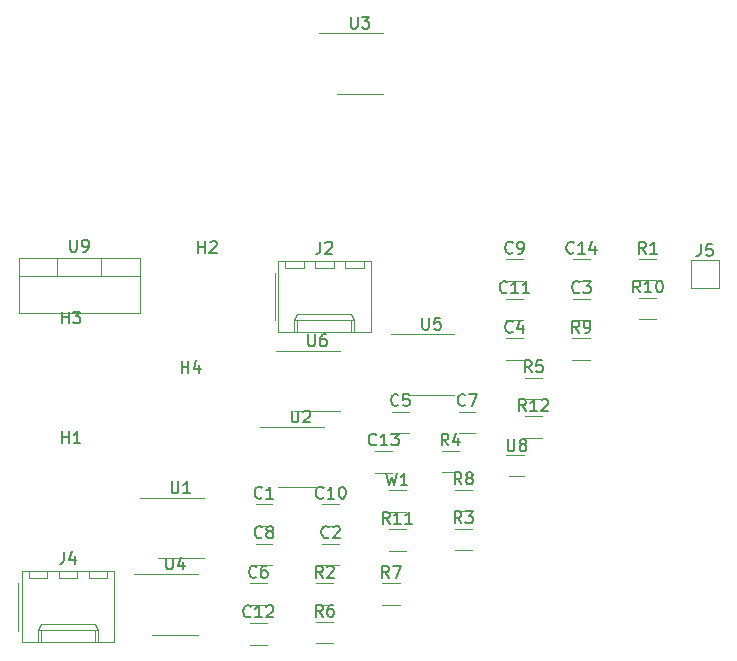
<source format=gbr>
%TF.GenerationSoftware,KiCad,Pcbnew,(6.0.1-0)*%
%TF.CreationDate,2023-01-23T11:43:19-05:00*%
%TF.ProjectId,Bias Coil Driver Full,42696173-2043-46f6-996c-204472697665,rev?*%
%TF.SameCoordinates,Original*%
%TF.FileFunction,Legend,Top*%
%TF.FilePolarity,Positive*%
%FSLAX46Y46*%
G04 Gerber Fmt 4.6, Leading zero omitted, Abs format (unit mm)*
G04 Created by KiCad (PCBNEW (6.0.1-0)) date 2023-01-23 11:43:19*
%MOMM*%
%LPD*%
G01*
G04 APERTURE LIST*
%ADD10C,0.150000*%
%ADD11C,0.120000*%
G04 APERTURE END LIST*
D10*
%TO.C,C1*%
X88233333Y-64062142D02*
X88185714Y-64109761D01*
X88042857Y-64157380D01*
X87947619Y-64157380D01*
X87804761Y-64109761D01*
X87709523Y-64014523D01*
X87661904Y-63919285D01*
X87614285Y-63728809D01*
X87614285Y-63585952D01*
X87661904Y-63395476D01*
X87709523Y-63300238D01*
X87804761Y-63205000D01*
X87947619Y-63157380D01*
X88042857Y-63157380D01*
X88185714Y-63205000D01*
X88233333Y-63252619D01*
X89185714Y-64157380D02*
X88614285Y-64157380D01*
X88900000Y-64157380D02*
X88900000Y-63157380D01*
X88804761Y-63300238D01*
X88709523Y-63395476D01*
X88614285Y-63443095D01*
%TO.C,C12*%
X87277142Y-74112142D02*
X87229523Y-74159761D01*
X87086666Y-74207380D01*
X86991428Y-74207380D01*
X86848571Y-74159761D01*
X86753333Y-74064523D01*
X86705714Y-73969285D01*
X86658095Y-73778809D01*
X86658095Y-73635952D01*
X86705714Y-73445476D01*
X86753333Y-73350238D01*
X86848571Y-73255000D01*
X86991428Y-73207380D01*
X87086666Y-73207380D01*
X87229523Y-73255000D01*
X87277142Y-73302619D01*
X88229523Y-74207380D02*
X87658095Y-74207380D01*
X87943809Y-74207380D02*
X87943809Y-73207380D01*
X87848571Y-73350238D01*
X87753333Y-73445476D01*
X87658095Y-73493095D01*
X88610476Y-73302619D02*
X88658095Y-73255000D01*
X88753333Y-73207380D01*
X88991428Y-73207380D01*
X89086666Y-73255000D01*
X89134285Y-73302619D01*
X89181904Y-73397857D01*
X89181904Y-73493095D01*
X89134285Y-73635952D01*
X88562857Y-74207380D01*
X89181904Y-74207380D01*
%TO.C,C11*%
X108977142Y-46662142D02*
X108929523Y-46709761D01*
X108786666Y-46757380D01*
X108691428Y-46757380D01*
X108548571Y-46709761D01*
X108453333Y-46614523D01*
X108405714Y-46519285D01*
X108358095Y-46328809D01*
X108358095Y-46185952D01*
X108405714Y-45995476D01*
X108453333Y-45900238D01*
X108548571Y-45805000D01*
X108691428Y-45757380D01*
X108786666Y-45757380D01*
X108929523Y-45805000D01*
X108977142Y-45852619D01*
X109929523Y-46757380D02*
X109358095Y-46757380D01*
X109643809Y-46757380D02*
X109643809Y-45757380D01*
X109548571Y-45900238D01*
X109453333Y-45995476D01*
X109358095Y-46043095D01*
X110881904Y-46757380D02*
X110310476Y-46757380D01*
X110596190Y-46757380D02*
X110596190Y-45757380D01*
X110500952Y-45900238D01*
X110405714Y-45995476D01*
X110310476Y-46043095D01*
%TO.C,C10*%
X93407142Y-64062142D02*
X93359523Y-64109761D01*
X93216666Y-64157380D01*
X93121428Y-64157380D01*
X92978571Y-64109761D01*
X92883333Y-64014523D01*
X92835714Y-63919285D01*
X92788095Y-63728809D01*
X92788095Y-63585952D01*
X92835714Y-63395476D01*
X92883333Y-63300238D01*
X92978571Y-63205000D01*
X93121428Y-63157380D01*
X93216666Y-63157380D01*
X93359523Y-63205000D01*
X93407142Y-63252619D01*
X94359523Y-64157380D02*
X93788095Y-64157380D01*
X94073809Y-64157380D02*
X94073809Y-63157380D01*
X93978571Y-63300238D01*
X93883333Y-63395476D01*
X93788095Y-63443095D01*
X94978571Y-63157380D02*
X95073809Y-63157380D01*
X95169047Y-63205000D01*
X95216666Y-63252619D01*
X95264285Y-63347857D01*
X95311904Y-63538333D01*
X95311904Y-63776428D01*
X95264285Y-63966904D01*
X95216666Y-64062142D01*
X95169047Y-64109761D01*
X95073809Y-64157380D01*
X94978571Y-64157380D01*
X94883333Y-64109761D01*
X94835714Y-64062142D01*
X94788095Y-63966904D01*
X94740476Y-63776428D01*
X94740476Y-63538333D01*
X94788095Y-63347857D01*
X94835714Y-63252619D01*
X94883333Y-63205000D01*
X94978571Y-63157380D01*
%TO.C,C9*%
X109453333Y-43312142D02*
X109405714Y-43359761D01*
X109262857Y-43407380D01*
X109167619Y-43407380D01*
X109024761Y-43359761D01*
X108929523Y-43264523D01*
X108881904Y-43169285D01*
X108834285Y-42978809D01*
X108834285Y-42835952D01*
X108881904Y-42645476D01*
X108929523Y-42550238D01*
X109024761Y-42455000D01*
X109167619Y-42407380D01*
X109262857Y-42407380D01*
X109405714Y-42455000D01*
X109453333Y-42502619D01*
X109929523Y-43407380D02*
X110120000Y-43407380D01*
X110215238Y-43359761D01*
X110262857Y-43312142D01*
X110358095Y-43169285D01*
X110405714Y-42978809D01*
X110405714Y-42597857D01*
X110358095Y-42502619D01*
X110310476Y-42455000D01*
X110215238Y-42407380D01*
X110024761Y-42407380D01*
X109929523Y-42455000D01*
X109881904Y-42502619D01*
X109834285Y-42597857D01*
X109834285Y-42835952D01*
X109881904Y-42931190D01*
X109929523Y-42978809D01*
X110024761Y-43026428D01*
X110215238Y-43026428D01*
X110310476Y-42978809D01*
X110358095Y-42931190D01*
X110405714Y-42835952D01*
%TO.C,C8*%
X88233333Y-67412142D02*
X88185714Y-67459761D01*
X88042857Y-67507380D01*
X87947619Y-67507380D01*
X87804761Y-67459761D01*
X87709523Y-67364523D01*
X87661904Y-67269285D01*
X87614285Y-67078809D01*
X87614285Y-66935952D01*
X87661904Y-66745476D01*
X87709523Y-66650238D01*
X87804761Y-66555000D01*
X87947619Y-66507380D01*
X88042857Y-66507380D01*
X88185714Y-66555000D01*
X88233333Y-66602619D01*
X88804761Y-66935952D02*
X88709523Y-66888333D01*
X88661904Y-66840714D01*
X88614285Y-66745476D01*
X88614285Y-66697857D01*
X88661904Y-66602619D01*
X88709523Y-66555000D01*
X88804761Y-66507380D01*
X88995238Y-66507380D01*
X89090476Y-66555000D01*
X89138095Y-66602619D01*
X89185714Y-66697857D01*
X89185714Y-66745476D01*
X89138095Y-66840714D01*
X89090476Y-66888333D01*
X88995238Y-66935952D01*
X88804761Y-66935952D01*
X88709523Y-66983571D01*
X88661904Y-67031190D01*
X88614285Y-67126428D01*
X88614285Y-67316904D01*
X88661904Y-67412142D01*
X88709523Y-67459761D01*
X88804761Y-67507380D01*
X88995238Y-67507380D01*
X89090476Y-67459761D01*
X89138095Y-67412142D01*
X89185714Y-67316904D01*
X89185714Y-67126428D01*
X89138095Y-67031190D01*
X89090476Y-66983571D01*
X88995238Y-66935952D01*
%TO.C,C7*%
X105433333Y-56212142D02*
X105385714Y-56259761D01*
X105242857Y-56307380D01*
X105147619Y-56307380D01*
X105004761Y-56259761D01*
X104909523Y-56164523D01*
X104861904Y-56069285D01*
X104814285Y-55878809D01*
X104814285Y-55735952D01*
X104861904Y-55545476D01*
X104909523Y-55450238D01*
X105004761Y-55355000D01*
X105147619Y-55307380D01*
X105242857Y-55307380D01*
X105385714Y-55355000D01*
X105433333Y-55402619D01*
X105766666Y-55307380D02*
X106433333Y-55307380D01*
X106004761Y-56307380D01*
%TO.C,C6*%
X87753333Y-70762142D02*
X87705714Y-70809761D01*
X87562857Y-70857380D01*
X87467619Y-70857380D01*
X87324761Y-70809761D01*
X87229523Y-70714523D01*
X87181904Y-70619285D01*
X87134285Y-70428809D01*
X87134285Y-70285952D01*
X87181904Y-70095476D01*
X87229523Y-70000238D01*
X87324761Y-69905000D01*
X87467619Y-69857380D01*
X87562857Y-69857380D01*
X87705714Y-69905000D01*
X87753333Y-69952619D01*
X88610476Y-69857380D02*
X88420000Y-69857380D01*
X88324761Y-69905000D01*
X88277142Y-69952619D01*
X88181904Y-70095476D01*
X88134285Y-70285952D01*
X88134285Y-70666904D01*
X88181904Y-70762142D01*
X88229523Y-70809761D01*
X88324761Y-70857380D01*
X88515238Y-70857380D01*
X88610476Y-70809761D01*
X88658095Y-70762142D01*
X88705714Y-70666904D01*
X88705714Y-70428809D01*
X88658095Y-70333571D01*
X88610476Y-70285952D01*
X88515238Y-70238333D01*
X88324761Y-70238333D01*
X88229523Y-70285952D01*
X88181904Y-70333571D01*
X88134285Y-70428809D01*
%TO.C,C5*%
X99783333Y-56212142D02*
X99735714Y-56259761D01*
X99592857Y-56307380D01*
X99497619Y-56307380D01*
X99354761Y-56259761D01*
X99259523Y-56164523D01*
X99211904Y-56069285D01*
X99164285Y-55878809D01*
X99164285Y-55735952D01*
X99211904Y-55545476D01*
X99259523Y-55450238D01*
X99354761Y-55355000D01*
X99497619Y-55307380D01*
X99592857Y-55307380D01*
X99735714Y-55355000D01*
X99783333Y-55402619D01*
X100688095Y-55307380D02*
X100211904Y-55307380D01*
X100164285Y-55783571D01*
X100211904Y-55735952D01*
X100307142Y-55688333D01*
X100545238Y-55688333D01*
X100640476Y-55735952D01*
X100688095Y-55783571D01*
X100735714Y-55878809D01*
X100735714Y-56116904D01*
X100688095Y-56212142D01*
X100640476Y-56259761D01*
X100545238Y-56307380D01*
X100307142Y-56307380D01*
X100211904Y-56259761D01*
X100164285Y-56212142D01*
%TO.C,C4*%
X109453333Y-50012142D02*
X109405714Y-50059761D01*
X109262857Y-50107380D01*
X109167619Y-50107380D01*
X109024761Y-50059761D01*
X108929523Y-49964523D01*
X108881904Y-49869285D01*
X108834285Y-49678809D01*
X108834285Y-49535952D01*
X108881904Y-49345476D01*
X108929523Y-49250238D01*
X109024761Y-49155000D01*
X109167619Y-49107380D01*
X109262857Y-49107380D01*
X109405714Y-49155000D01*
X109453333Y-49202619D01*
X110310476Y-49440714D02*
X110310476Y-50107380D01*
X110072380Y-49059761D02*
X109834285Y-49774047D01*
X110453333Y-49774047D01*
%TO.C,C3*%
X115103333Y-46662142D02*
X115055714Y-46709761D01*
X114912857Y-46757380D01*
X114817619Y-46757380D01*
X114674761Y-46709761D01*
X114579523Y-46614523D01*
X114531904Y-46519285D01*
X114484285Y-46328809D01*
X114484285Y-46185952D01*
X114531904Y-45995476D01*
X114579523Y-45900238D01*
X114674761Y-45805000D01*
X114817619Y-45757380D01*
X114912857Y-45757380D01*
X115055714Y-45805000D01*
X115103333Y-45852619D01*
X115436666Y-45757380D02*
X116055714Y-45757380D01*
X115722380Y-46138333D01*
X115865238Y-46138333D01*
X115960476Y-46185952D01*
X116008095Y-46233571D01*
X116055714Y-46328809D01*
X116055714Y-46566904D01*
X116008095Y-46662142D01*
X115960476Y-46709761D01*
X115865238Y-46757380D01*
X115579523Y-46757380D01*
X115484285Y-46709761D01*
X115436666Y-46662142D01*
%TO.C,C2*%
X93883333Y-67412142D02*
X93835714Y-67459761D01*
X93692857Y-67507380D01*
X93597619Y-67507380D01*
X93454761Y-67459761D01*
X93359523Y-67364523D01*
X93311904Y-67269285D01*
X93264285Y-67078809D01*
X93264285Y-66935952D01*
X93311904Y-66745476D01*
X93359523Y-66650238D01*
X93454761Y-66555000D01*
X93597619Y-66507380D01*
X93692857Y-66507380D01*
X93835714Y-66555000D01*
X93883333Y-66602619D01*
X94264285Y-66602619D02*
X94311904Y-66555000D01*
X94407142Y-66507380D01*
X94645238Y-66507380D01*
X94740476Y-66555000D01*
X94788095Y-66602619D01*
X94835714Y-66697857D01*
X94835714Y-66793095D01*
X94788095Y-66935952D01*
X94216666Y-67507380D01*
X94835714Y-67507380D01*
%TO.C,C13*%
X97907142Y-59562142D02*
X97859523Y-59609761D01*
X97716666Y-59657380D01*
X97621428Y-59657380D01*
X97478571Y-59609761D01*
X97383333Y-59514523D01*
X97335714Y-59419285D01*
X97288095Y-59228809D01*
X97288095Y-59085952D01*
X97335714Y-58895476D01*
X97383333Y-58800238D01*
X97478571Y-58705000D01*
X97621428Y-58657380D01*
X97716666Y-58657380D01*
X97859523Y-58705000D01*
X97907142Y-58752619D01*
X98859523Y-59657380D02*
X98288095Y-59657380D01*
X98573809Y-59657380D02*
X98573809Y-58657380D01*
X98478571Y-58800238D01*
X98383333Y-58895476D01*
X98288095Y-58943095D01*
X99192857Y-58657380D02*
X99811904Y-58657380D01*
X99478571Y-59038333D01*
X99621428Y-59038333D01*
X99716666Y-59085952D01*
X99764285Y-59133571D01*
X99811904Y-59228809D01*
X99811904Y-59466904D01*
X99764285Y-59562142D01*
X99716666Y-59609761D01*
X99621428Y-59657380D01*
X99335714Y-59657380D01*
X99240476Y-59609761D01*
X99192857Y-59562142D01*
%TO.C,C14*%
X114627142Y-43312142D02*
X114579523Y-43359761D01*
X114436666Y-43407380D01*
X114341428Y-43407380D01*
X114198571Y-43359761D01*
X114103333Y-43264523D01*
X114055714Y-43169285D01*
X114008095Y-42978809D01*
X114008095Y-42835952D01*
X114055714Y-42645476D01*
X114103333Y-42550238D01*
X114198571Y-42455000D01*
X114341428Y-42407380D01*
X114436666Y-42407380D01*
X114579523Y-42455000D01*
X114627142Y-42502619D01*
X115579523Y-43407380D02*
X115008095Y-43407380D01*
X115293809Y-43407380D02*
X115293809Y-42407380D01*
X115198571Y-42550238D01*
X115103333Y-42645476D01*
X115008095Y-42693095D01*
X116436666Y-42740714D02*
X116436666Y-43407380D01*
X116198571Y-42359761D02*
X115960476Y-43074047D01*
X116579523Y-43074047D01*
%TO.C,J2*%
X93176666Y-42407380D02*
X93176666Y-43121666D01*
X93129047Y-43264523D01*
X93033809Y-43359761D01*
X92890952Y-43407380D01*
X92795714Y-43407380D01*
X93605238Y-42502619D02*
X93652857Y-42455000D01*
X93748095Y-42407380D01*
X93986190Y-42407380D01*
X94081428Y-42455000D01*
X94129047Y-42502619D01*
X94176666Y-42597857D01*
X94176666Y-42693095D01*
X94129047Y-42835952D01*
X93557619Y-43407380D01*
X94176666Y-43407380D01*
%TO.C,J4*%
X71476666Y-68667380D02*
X71476666Y-69381666D01*
X71429047Y-69524523D01*
X71333809Y-69619761D01*
X71190952Y-69667380D01*
X71095714Y-69667380D01*
X72381428Y-69000714D02*
X72381428Y-69667380D01*
X72143333Y-68619761D02*
X71905238Y-69334047D01*
X72524285Y-69334047D01*
%TO.C,H3*%
X71288095Y-49317380D02*
X71288095Y-48317380D01*
X71288095Y-48793571D02*
X71859523Y-48793571D01*
X71859523Y-49317380D02*
X71859523Y-48317380D01*
X72240476Y-48317380D02*
X72859523Y-48317380D01*
X72526190Y-48698333D01*
X72669047Y-48698333D01*
X72764285Y-48745952D01*
X72811904Y-48793571D01*
X72859523Y-48888809D01*
X72859523Y-49126904D01*
X72811904Y-49222142D01*
X72764285Y-49269761D01*
X72669047Y-49317380D01*
X72383333Y-49317380D01*
X72288095Y-49269761D01*
X72240476Y-49222142D01*
%TO.C,H2*%
X82838095Y-43357380D02*
X82838095Y-42357380D01*
X82838095Y-42833571D02*
X83409523Y-42833571D01*
X83409523Y-43357380D02*
X83409523Y-42357380D01*
X83838095Y-42452619D02*
X83885714Y-42405000D01*
X83980952Y-42357380D01*
X84219047Y-42357380D01*
X84314285Y-42405000D01*
X84361904Y-42452619D01*
X84409523Y-42547857D01*
X84409523Y-42643095D01*
X84361904Y-42785952D01*
X83790476Y-43357380D01*
X84409523Y-43357380D01*
%TO.C,H1*%
X71288095Y-59467380D02*
X71288095Y-58467380D01*
X71288095Y-58943571D02*
X71859523Y-58943571D01*
X71859523Y-59467380D02*
X71859523Y-58467380D01*
X72859523Y-59467380D02*
X72288095Y-59467380D01*
X72573809Y-59467380D02*
X72573809Y-58467380D01*
X72478571Y-58610238D01*
X72383333Y-58705476D01*
X72288095Y-58753095D01*
%TO.C,H4*%
X81438095Y-53507380D02*
X81438095Y-52507380D01*
X81438095Y-52983571D02*
X82009523Y-52983571D01*
X82009523Y-53507380D02*
X82009523Y-52507380D01*
X82914285Y-52840714D02*
X82914285Y-53507380D01*
X82676190Y-52459761D02*
X82438095Y-53174047D01*
X83057142Y-53174047D01*
%TO.C,U1*%
X80588095Y-62707380D02*
X80588095Y-63516904D01*
X80635714Y-63612142D01*
X80683333Y-63659761D01*
X80778571Y-63707380D01*
X80969047Y-63707380D01*
X81064285Y-63659761D01*
X81111904Y-63612142D01*
X81159523Y-63516904D01*
X81159523Y-62707380D01*
X82159523Y-63707380D02*
X81588095Y-63707380D01*
X81873809Y-63707380D02*
X81873809Y-62707380D01*
X81778571Y-62850238D01*
X81683333Y-62945476D01*
X81588095Y-62993095D01*
%TO.C,U2*%
X90738095Y-56707380D02*
X90738095Y-57516904D01*
X90785714Y-57612142D01*
X90833333Y-57659761D01*
X90928571Y-57707380D01*
X91119047Y-57707380D01*
X91214285Y-57659761D01*
X91261904Y-57612142D01*
X91309523Y-57516904D01*
X91309523Y-56707380D01*
X91738095Y-56802619D02*
X91785714Y-56755000D01*
X91880952Y-56707380D01*
X92119047Y-56707380D01*
X92214285Y-56755000D01*
X92261904Y-56802619D01*
X92309523Y-56897857D01*
X92309523Y-56993095D01*
X92261904Y-57135952D01*
X91690476Y-57707380D01*
X92309523Y-57707380D01*
%TO.C,U3*%
X95758095Y-23357380D02*
X95758095Y-24166904D01*
X95805714Y-24262142D01*
X95853333Y-24309761D01*
X95948571Y-24357380D01*
X96139047Y-24357380D01*
X96234285Y-24309761D01*
X96281904Y-24262142D01*
X96329523Y-24166904D01*
X96329523Y-23357380D01*
X96710476Y-23357380D02*
X97329523Y-23357380D01*
X96996190Y-23738333D01*
X97139047Y-23738333D01*
X97234285Y-23785952D01*
X97281904Y-23833571D01*
X97329523Y-23928809D01*
X97329523Y-24166904D01*
X97281904Y-24262142D01*
X97234285Y-24309761D01*
X97139047Y-24357380D01*
X96853333Y-24357380D01*
X96758095Y-24309761D01*
X96710476Y-24262142D01*
%TO.C,U4*%
X80108095Y-69157380D02*
X80108095Y-69966904D01*
X80155714Y-70062142D01*
X80203333Y-70109761D01*
X80298571Y-70157380D01*
X80489047Y-70157380D01*
X80584285Y-70109761D01*
X80631904Y-70062142D01*
X80679523Y-69966904D01*
X80679523Y-69157380D01*
X81584285Y-69490714D02*
X81584285Y-70157380D01*
X81346190Y-69109761D02*
X81108095Y-69824047D01*
X81727142Y-69824047D01*
%TO.C,U5*%
X101808095Y-48857380D02*
X101808095Y-49666904D01*
X101855714Y-49762142D01*
X101903333Y-49809761D01*
X101998571Y-49857380D01*
X102189047Y-49857380D01*
X102284285Y-49809761D01*
X102331904Y-49762142D01*
X102379523Y-49666904D01*
X102379523Y-48857380D01*
X103331904Y-48857380D02*
X102855714Y-48857380D01*
X102808095Y-49333571D01*
X102855714Y-49285952D01*
X102950952Y-49238333D01*
X103189047Y-49238333D01*
X103284285Y-49285952D01*
X103331904Y-49333571D01*
X103379523Y-49428809D01*
X103379523Y-49666904D01*
X103331904Y-49762142D01*
X103284285Y-49809761D01*
X103189047Y-49857380D01*
X102950952Y-49857380D01*
X102855714Y-49809761D01*
X102808095Y-49762142D01*
%TO.C,U6*%
X92138095Y-50257380D02*
X92138095Y-51066904D01*
X92185714Y-51162142D01*
X92233333Y-51209761D01*
X92328571Y-51257380D01*
X92519047Y-51257380D01*
X92614285Y-51209761D01*
X92661904Y-51162142D01*
X92709523Y-51066904D01*
X92709523Y-50257380D01*
X93614285Y-50257380D02*
X93423809Y-50257380D01*
X93328571Y-50305000D01*
X93280952Y-50352619D01*
X93185714Y-50495476D01*
X93138095Y-50685952D01*
X93138095Y-51066904D01*
X93185714Y-51162142D01*
X93233333Y-51209761D01*
X93328571Y-51257380D01*
X93519047Y-51257380D01*
X93614285Y-51209761D01*
X93661904Y-51162142D01*
X93709523Y-51066904D01*
X93709523Y-50828809D01*
X93661904Y-50733571D01*
X93614285Y-50685952D01*
X93519047Y-50638333D01*
X93328571Y-50638333D01*
X93233333Y-50685952D01*
X93185714Y-50733571D01*
X93138095Y-50828809D01*
%TO.C,U8*%
X109038095Y-59137380D02*
X109038095Y-59946904D01*
X109085714Y-60042142D01*
X109133333Y-60089761D01*
X109228571Y-60137380D01*
X109419047Y-60137380D01*
X109514285Y-60089761D01*
X109561904Y-60042142D01*
X109609523Y-59946904D01*
X109609523Y-59137380D01*
X110228571Y-59565952D02*
X110133333Y-59518333D01*
X110085714Y-59470714D01*
X110038095Y-59375476D01*
X110038095Y-59327857D01*
X110085714Y-59232619D01*
X110133333Y-59185000D01*
X110228571Y-59137380D01*
X110419047Y-59137380D01*
X110514285Y-59185000D01*
X110561904Y-59232619D01*
X110609523Y-59327857D01*
X110609523Y-59375476D01*
X110561904Y-59470714D01*
X110514285Y-59518333D01*
X110419047Y-59565952D01*
X110228571Y-59565952D01*
X110133333Y-59613571D01*
X110085714Y-59661190D01*
X110038095Y-59756428D01*
X110038095Y-59946904D01*
X110085714Y-60042142D01*
X110133333Y-60089761D01*
X110228571Y-60137380D01*
X110419047Y-60137380D01*
X110514285Y-60089761D01*
X110561904Y-60042142D01*
X110609523Y-59946904D01*
X110609523Y-59756428D01*
X110561904Y-59661190D01*
X110514285Y-59613571D01*
X110419047Y-59565952D01*
%TO.C,U9*%
X71988095Y-42237380D02*
X71988095Y-43046904D01*
X72035714Y-43142142D01*
X72083333Y-43189761D01*
X72178571Y-43237380D01*
X72369047Y-43237380D01*
X72464285Y-43189761D01*
X72511904Y-43142142D01*
X72559523Y-43046904D01*
X72559523Y-42237380D01*
X73083333Y-43237380D02*
X73273809Y-43237380D01*
X73369047Y-43189761D01*
X73416666Y-43142142D01*
X73511904Y-42999285D01*
X73559523Y-42808809D01*
X73559523Y-42427857D01*
X73511904Y-42332619D01*
X73464285Y-42285000D01*
X73369047Y-42237380D01*
X73178571Y-42237380D01*
X73083333Y-42285000D01*
X73035714Y-42332619D01*
X72988095Y-42427857D01*
X72988095Y-42665952D01*
X73035714Y-42761190D01*
X73083333Y-42808809D01*
X73178571Y-42856428D01*
X73369047Y-42856428D01*
X73464285Y-42808809D01*
X73511904Y-42761190D01*
X73559523Y-42665952D01*
%TO.C,R1*%
X120733333Y-43407380D02*
X120400000Y-42931190D01*
X120161904Y-43407380D02*
X120161904Y-42407380D01*
X120542857Y-42407380D01*
X120638095Y-42455000D01*
X120685714Y-42502619D01*
X120733333Y-42597857D01*
X120733333Y-42740714D01*
X120685714Y-42835952D01*
X120638095Y-42883571D01*
X120542857Y-42931190D01*
X120161904Y-42931190D01*
X121685714Y-43407380D02*
X121114285Y-43407380D01*
X121400000Y-43407380D02*
X121400000Y-42407380D01*
X121304761Y-42550238D01*
X121209523Y-42645476D01*
X121114285Y-42693095D01*
%TO.C,R2*%
X93383333Y-70857380D02*
X93050000Y-70381190D01*
X92811904Y-70857380D02*
X92811904Y-69857380D01*
X93192857Y-69857380D01*
X93288095Y-69905000D01*
X93335714Y-69952619D01*
X93383333Y-70047857D01*
X93383333Y-70190714D01*
X93335714Y-70285952D01*
X93288095Y-70333571D01*
X93192857Y-70381190D01*
X92811904Y-70381190D01*
X93764285Y-69952619D02*
X93811904Y-69905000D01*
X93907142Y-69857380D01*
X94145238Y-69857380D01*
X94240476Y-69905000D01*
X94288095Y-69952619D01*
X94335714Y-70047857D01*
X94335714Y-70143095D01*
X94288095Y-70285952D01*
X93716666Y-70857380D01*
X94335714Y-70857380D01*
%TO.C,R3*%
X105123333Y-66237380D02*
X104790000Y-65761190D01*
X104551904Y-66237380D02*
X104551904Y-65237380D01*
X104932857Y-65237380D01*
X105028095Y-65285000D01*
X105075714Y-65332619D01*
X105123333Y-65427857D01*
X105123333Y-65570714D01*
X105075714Y-65665952D01*
X105028095Y-65713571D01*
X104932857Y-65761190D01*
X104551904Y-65761190D01*
X105456666Y-65237380D02*
X106075714Y-65237380D01*
X105742380Y-65618333D01*
X105885238Y-65618333D01*
X105980476Y-65665952D01*
X106028095Y-65713571D01*
X106075714Y-65808809D01*
X106075714Y-66046904D01*
X106028095Y-66142142D01*
X105980476Y-66189761D01*
X105885238Y-66237380D01*
X105599523Y-66237380D01*
X105504285Y-66189761D01*
X105456666Y-66142142D01*
%TO.C,R4*%
X104013333Y-59657380D02*
X103680000Y-59181190D01*
X103441904Y-59657380D02*
X103441904Y-58657380D01*
X103822857Y-58657380D01*
X103918095Y-58705000D01*
X103965714Y-58752619D01*
X104013333Y-58847857D01*
X104013333Y-58990714D01*
X103965714Y-59085952D01*
X103918095Y-59133571D01*
X103822857Y-59181190D01*
X103441904Y-59181190D01*
X104870476Y-58990714D02*
X104870476Y-59657380D01*
X104632380Y-58609761D02*
X104394285Y-59324047D01*
X105013333Y-59324047D01*
%TO.C,R5*%
X111063333Y-53457380D02*
X110730000Y-52981190D01*
X110491904Y-53457380D02*
X110491904Y-52457380D01*
X110872857Y-52457380D01*
X110968095Y-52505000D01*
X111015714Y-52552619D01*
X111063333Y-52647857D01*
X111063333Y-52790714D01*
X111015714Y-52885952D01*
X110968095Y-52933571D01*
X110872857Y-52981190D01*
X110491904Y-52981190D01*
X111968095Y-52457380D02*
X111491904Y-52457380D01*
X111444285Y-52933571D01*
X111491904Y-52885952D01*
X111587142Y-52838333D01*
X111825238Y-52838333D01*
X111920476Y-52885952D01*
X111968095Y-52933571D01*
X112015714Y-53028809D01*
X112015714Y-53266904D01*
X111968095Y-53362142D01*
X111920476Y-53409761D01*
X111825238Y-53457380D01*
X111587142Y-53457380D01*
X111491904Y-53409761D01*
X111444285Y-53362142D01*
%TO.C,R6*%
X93383333Y-74147380D02*
X93050000Y-73671190D01*
X92811904Y-74147380D02*
X92811904Y-73147380D01*
X93192857Y-73147380D01*
X93288095Y-73195000D01*
X93335714Y-73242619D01*
X93383333Y-73337857D01*
X93383333Y-73480714D01*
X93335714Y-73575952D01*
X93288095Y-73623571D01*
X93192857Y-73671190D01*
X92811904Y-73671190D01*
X94240476Y-73147380D02*
X94050000Y-73147380D01*
X93954761Y-73195000D01*
X93907142Y-73242619D01*
X93811904Y-73385476D01*
X93764285Y-73575952D01*
X93764285Y-73956904D01*
X93811904Y-74052142D01*
X93859523Y-74099761D01*
X93954761Y-74147380D01*
X94145238Y-74147380D01*
X94240476Y-74099761D01*
X94288095Y-74052142D01*
X94335714Y-73956904D01*
X94335714Y-73718809D01*
X94288095Y-73623571D01*
X94240476Y-73575952D01*
X94145238Y-73528333D01*
X93954761Y-73528333D01*
X93859523Y-73575952D01*
X93811904Y-73623571D01*
X93764285Y-73718809D01*
%TO.C,R7*%
X98993333Y-70857380D02*
X98660000Y-70381190D01*
X98421904Y-70857380D02*
X98421904Y-69857380D01*
X98802857Y-69857380D01*
X98898095Y-69905000D01*
X98945714Y-69952619D01*
X98993333Y-70047857D01*
X98993333Y-70190714D01*
X98945714Y-70285952D01*
X98898095Y-70333571D01*
X98802857Y-70381190D01*
X98421904Y-70381190D01*
X99326666Y-69857380D02*
X99993333Y-69857380D01*
X99564761Y-70857380D01*
%TO.C,R8*%
X105123333Y-62947380D02*
X104790000Y-62471190D01*
X104551904Y-62947380D02*
X104551904Y-61947380D01*
X104932857Y-61947380D01*
X105028095Y-61995000D01*
X105075714Y-62042619D01*
X105123333Y-62137857D01*
X105123333Y-62280714D01*
X105075714Y-62375952D01*
X105028095Y-62423571D01*
X104932857Y-62471190D01*
X104551904Y-62471190D01*
X105694761Y-62375952D02*
X105599523Y-62328333D01*
X105551904Y-62280714D01*
X105504285Y-62185476D01*
X105504285Y-62137857D01*
X105551904Y-62042619D01*
X105599523Y-61995000D01*
X105694761Y-61947380D01*
X105885238Y-61947380D01*
X105980476Y-61995000D01*
X106028095Y-62042619D01*
X106075714Y-62137857D01*
X106075714Y-62185476D01*
X106028095Y-62280714D01*
X105980476Y-62328333D01*
X105885238Y-62375952D01*
X105694761Y-62375952D01*
X105599523Y-62423571D01*
X105551904Y-62471190D01*
X105504285Y-62566428D01*
X105504285Y-62756904D01*
X105551904Y-62852142D01*
X105599523Y-62899761D01*
X105694761Y-62947380D01*
X105885238Y-62947380D01*
X105980476Y-62899761D01*
X106028095Y-62852142D01*
X106075714Y-62756904D01*
X106075714Y-62566428D01*
X106028095Y-62471190D01*
X105980476Y-62423571D01*
X105885238Y-62375952D01*
%TO.C,R9*%
X115083333Y-50107380D02*
X114750000Y-49631190D01*
X114511904Y-50107380D02*
X114511904Y-49107380D01*
X114892857Y-49107380D01*
X114988095Y-49155000D01*
X115035714Y-49202619D01*
X115083333Y-49297857D01*
X115083333Y-49440714D01*
X115035714Y-49535952D01*
X114988095Y-49583571D01*
X114892857Y-49631190D01*
X114511904Y-49631190D01*
X115559523Y-50107380D02*
X115750000Y-50107380D01*
X115845238Y-50059761D01*
X115892857Y-50012142D01*
X115988095Y-49869285D01*
X116035714Y-49678809D01*
X116035714Y-49297857D01*
X115988095Y-49202619D01*
X115940476Y-49155000D01*
X115845238Y-49107380D01*
X115654761Y-49107380D01*
X115559523Y-49155000D01*
X115511904Y-49202619D01*
X115464285Y-49297857D01*
X115464285Y-49535952D01*
X115511904Y-49631190D01*
X115559523Y-49678809D01*
X115654761Y-49726428D01*
X115845238Y-49726428D01*
X115940476Y-49678809D01*
X115988095Y-49631190D01*
X116035714Y-49535952D01*
%TO.C,R10*%
X120257142Y-46697380D02*
X119923809Y-46221190D01*
X119685714Y-46697380D02*
X119685714Y-45697380D01*
X120066666Y-45697380D01*
X120161904Y-45745000D01*
X120209523Y-45792619D01*
X120257142Y-45887857D01*
X120257142Y-46030714D01*
X120209523Y-46125952D01*
X120161904Y-46173571D01*
X120066666Y-46221190D01*
X119685714Y-46221190D01*
X121209523Y-46697380D02*
X120638095Y-46697380D01*
X120923809Y-46697380D02*
X120923809Y-45697380D01*
X120828571Y-45840238D01*
X120733333Y-45935476D01*
X120638095Y-45983095D01*
X121828571Y-45697380D02*
X121923809Y-45697380D01*
X122019047Y-45745000D01*
X122066666Y-45792619D01*
X122114285Y-45887857D01*
X122161904Y-46078333D01*
X122161904Y-46316428D01*
X122114285Y-46506904D01*
X122066666Y-46602142D01*
X122019047Y-46649761D01*
X121923809Y-46697380D01*
X121828571Y-46697380D01*
X121733333Y-46649761D01*
X121685714Y-46602142D01*
X121638095Y-46506904D01*
X121590476Y-46316428D01*
X121590476Y-46078333D01*
X121638095Y-45887857D01*
X121685714Y-45792619D01*
X121733333Y-45745000D01*
X121828571Y-45697380D01*
%TO.C,R11*%
X99037142Y-66297380D02*
X98703809Y-65821190D01*
X98465714Y-66297380D02*
X98465714Y-65297380D01*
X98846666Y-65297380D01*
X98941904Y-65345000D01*
X98989523Y-65392619D01*
X99037142Y-65487857D01*
X99037142Y-65630714D01*
X98989523Y-65725952D01*
X98941904Y-65773571D01*
X98846666Y-65821190D01*
X98465714Y-65821190D01*
X99989523Y-66297380D02*
X99418095Y-66297380D01*
X99703809Y-66297380D02*
X99703809Y-65297380D01*
X99608571Y-65440238D01*
X99513333Y-65535476D01*
X99418095Y-65583095D01*
X100941904Y-66297380D02*
X100370476Y-66297380D01*
X100656190Y-66297380D02*
X100656190Y-65297380D01*
X100560952Y-65440238D01*
X100465714Y-65535476D01*
X100370476Y-65583095D01*
%TO.C,R12*%
X110587142Y-56747380D02*
X110253809Y-56271190D01*
X110015714Y-56747380D02*
X110015714Y-55747380D01*
X110396666Y-55747380D01*
X110491904Y-55795000D01*
X110539523Y-55842619D01*
X110587142Y-55937857D01*
X110587142Y-56080714D01*
X110539523Y-56175952D01*
X110491904Y-56223571D01*
X110396666Y-56271190D01*
X110015714Y-56271190D01*
X111539523Y-56747380D02*
X110968095Y-56747380D01*
X111253809Y-56747380D02*
X111253809Y-55747380D01*
X111158571Y-55890238D01*
X111063333Y-55985476D01*
X110968095Y-56033095D01*
X111920476Y-55842619D02*
X111968095Y-55795000D01*
X112063333Y-55747380D01*
X112301428Y-55747380D01*
X112396666Y-55795000D01*
X112444285Y-55842619D01*
X112491904Y-55937857D01*
X112491904Y-56033095D01*
X112444285Y-56175952D01*
X111872857Y-56747380D01*
X112491904Y-56747380D01*
%TO.C,W1*%
X98775238Y-62007380D02*
X99013333Y-63007380D01*
X99203809Y-62293095D01*
X99394285Y-63007380D01*
X99632380Y-62007380D01*
X100537142Y-63007380D02*
X99965714Y-63007380D01*
X100251428Y-63007380D02*
X100251428Y-62007380D01*
X100156190Y-62150238D01*
X100060952Y-62245476D01*
X99965714Y-62293095D01*
%TO.C,J5*%
X125396666Y-42609380D02*
X125396666Y-43323666D01*
X125349047Y-43466523D01*
X125253809Y-43561761D01*
X125110952Y-43609380D01*
X125015714Y-43609380D01*
X126349047Y-42609380D02*
X125872857Y-42609380D01*
X125825238Y-43085571D01*
X125872857Y-43037952D01*
X125968095Y-42990333D01*
X126206190Y-42990333D01*
X126301428Y-43037952D01*
X126349047Y-43085571D01*
X126396666Y-43180809D01*
X126396666Y-43418904D01*
X126349047Y-43514142D01*
X126301428Y-43561761D01*
X126206190Y-43609380D01*
X125968095Y-43609380D01*
X125872857Y-43561761D01*
X125825238Y-43514142D01*
D11*
%TO.C,C1*%
X87688748Y-64645000D02*
X89111252Y-64645000D01*
X87688748Y-66465000D02*
X89111252Y-66465000D01*
%TO.C,C12*%
X87208748Y-74695000D02*
X88631252Y-74695000D01*
X87208748Y-76515000D02*
X88631252Y-76515000D01*
%TO.C,C11*%
X108908748Y-47245000D02*
X110331252Y-47245000D01*
X108908748Y-49065000D02*
X110331252Y-49065000D01*
%TO.C,C10*%
X93338748Y-64645000D02*
X94761252Y-64645000D01*
X93338748Y-66465000D02*
X94761252Y-66465000D01*
%TO.C,C9*%
X108908748Y-43895000D02*
X110331252Y-43895000D01*
X108908748Y-45715000D02*
X110331252Y-45715000D01*
%TO.C,C8*%
X87688748Y-67995000D02*
X89111252Y-67995000D01*
X87688748Y-69815000D02*
X89111252Y-69815000D01*
%TO.C,C7*%
X104888748Y-56795000D02*
X106311252Y-56795000D01*
X104888748Y-58615000D02*
X106311252Y-58615000D01*
%TO.C,C6*%
X87208748Y-71345000D02*
X88631252Y-71345000D01*
X87208748Y-73165000D02*
X88631252Y-73165000D01*
%TO.C,C5*%
X99238748Y-56795000D02*
X100661252Y-56795000D01*
X99238748Y-58615000D02*
X100661252Y-58615000D01*
%TO.C,C4*%
X108908748Y-50595000D02*
X110331252Y-50595000D01*
X108908748Y-52415000D02*
X110331252Y-52415000D01*
%TO.C,C3*%
X114558748Y-47245000D02*
X115981252Y-47245000D01*
X114558748Y-49065000D02*
X115981252Y-49065000D01*
%TO.C,C2*%
X93338748Y-67995000D02*
X94761252Y-67995000D01*
X93338748Y-69815000D02*
X94761252Y-69815000D01*
%TO.C,C13*%
X97838748Y-60145000D02*
X99261252Y-60145000D01*
X97838748Y-61965000D02*
X99261252Y-61965000D01*
%TO.C,C14*%
X114558748Y-43895000D02*
X115981252Y-43895000D01*
X114558748Y-45715000D02*
X115981252Y-45715000D01*
%TO.C,J2*%
X96050000Y-49065000D02*
X96050000Y-50065000D01*
X95250000Y-44645000D02*
X96850000Y-44645000D01*
X92710000Y-44645000D02*
X94310000Y-44645000D01*
X90970000Y-49065000D02*
X96050000Y-49065000D01*
X89300000Y-45075000D02*
X89300000Y-49075000D01*
X95250000Y-44045000D02*
X95250000Y-44645000D01*
X89590000Y-44045000D02*
X89590000Y-50065000D01*
X90970000Y-49065000D02*
X91220000Y-48535000D01*
X91220000Y-48535000D02*
X95800000Y-48535000D01*
X96850000Y-44645000D02*
X96850000Y-44045000D01*
X92710000Y-44045000D02*
X92710000Y-44645000D01*
X95800000Y-50065000D02*
X95800000Y-49065000D01*
X97430000Y-44045000D02*
X89590000Y-44045000D01*
X95800000Y-48535000D02*
X96050000Y-49065000D01*
X91220000Y-50065000D02*
X91220000Y-49065000D01*
X90170000Y-44645000D02*
X91770000Y-44645000D01*
X89590000Y-50065000D02*
X97430000Y-50065000D01*
X90170000Y-44045000D02*
X90170000Y-44645000D01*
X94310000Y-44645000D02*
X94310000Y-44045000D01*
X91770000Y-44645000D02*
X91770000Y-44045000D01*
X97430000Y-50065000D02*
X97430000Y-44045000D01*
X90970000Y-50065000D02*
X90970000Y-49065000D01*
%TO.C,J4*%
X74350000Y-75325000D02*
X74350000Y-76325000D01*
X73550000Y-70905000D02*
X75150000Y-70905000D01*
X71010000Y-70905000D02*
X72610000Y-70905000D01*
X69270000Y-75325000D02*
X74350000Y-75325000D01*
X67600000Y-71335000D02*
X67600000Y-75335000D01*
X73550000Y-70305000D02*
X73550000Y-70905000D01*
X67890000Y-70305000D02*
X67890000Y-76325000D01*
X69270000Y-75325000D02*
X69520000Y-74795000D01*
X69520000Y-74795000D02*
X74100000Y-74795000D01*
X75150000Y-70905000D02*
X75150000Y-70305000D01*
X71010000Y-70305000D02*
X71010000Y-70905000D01*
X74100000Y-76325000D02*
X74100000Y-75325000D01*
X75730000Y-70305000D02*
X67890000Y-70305000D01*
X74100000Y-74795000D02*
X74350000Y-75325000D01*
X69520000Y-76325000D02*
X69520000Y-75325000D01*
X68470000Y-70905000D02*
X70070000Y-70905000D01*
X67890000Y-76325000D02*
X75730000Y-76325000D01*
X68470000Y-70305000D02*
X68470000Y-70905000D01*
X72610000Y-70905000D02*
X72610000Y-70305000D01*
X70070000Y-70905000D02*
X70070000Y-70305000D01*
X75730000Y-76325000D02*
X75730000Y-70305000D01*
X69270000Y-76325000D02*
X69270000Y-75325000D01*
%TO.C,U1*%
X81350000Y-64095000D02*
X83300000Y-64095000D01*
X81350000Y-69215000D02*
X83300000Y-69215000D01*
X81350000Y-64095000D02*
X77900000Y-64095000D01*
X81350000Y-69215000D02*
X79400000Y-69215000D01*
%TO.C,U2*%
X91500000Y-58095000D02*
X93450000Y-58095000D01*
X91500000Y-63215000D02*
X93450000Y-63215000D01*
X91500000Y-58095000D02*
X88050000Y-58095000D01*
X91500000Y-63215000D02*
X89550000Y-63215000D01*
%TO.C,U3*%
X96520000Y-24745000D02*
X98470000Y-24745000D01*
X96520000Y-29865000D02*
X98470000Y-29865000D01*
X96520000Y-24745000D02*
X93070000Y-24745000D01*
X96520000Y-29865000D02*
X94570000Y-29865000D01*
%TO.C,U4*%
X80870000Y-70545000D02*
X82820000Y-70545000D01*
X80870000Y-75665000D02*
X82820000Y-75665000D01*
X80870000Y-70545000D02*
X77420000Y-70545000D01*
X80870000Y-75665000D02*
X78920000Y-75665000D01*
%TO.C,U5*%
X102570000Y-50245000D02*
X104520000Y-50245000D01*
X102570000Y-55365000D02*
X104520000Y-55365000D01*
X102570000Y-50245000D02*
X99120000Y-50245000D01*
X102570000Y-55365000D02*
X100620000Y-55365000D01*
%TO.C,U6*%
X92900000Y-51645000D02*
X94850000Y-51645000D01*
X92900000Y-56765000D02*
X94850000Y-56765000D01*
X92900000Y-51645000D02*
X89450000Y-51645000D01*
X92900000Y-56765000D02*
X90950000Y-56765000D01*
%TO.C,U8*%
X108900000Y-60485000D02*
X110450000Y-60485000D01*
X110450000Y-62285000D02*
X109150000Y-62285000D01*
%TO.C,U9*%
X67630000Y-43785000D02*
X77870000Y-43785000D01*
X70900000Y-43785000D02*
X70900000Y-45295000D01*
X74601000Y-43785000D02*
X74601000Y-45295000D01*
X67630000Y-43785000D02*
X67630000Y-48426000D01*
X67630000Y-48426000D02*
X77870000Y-48426000D01*
X77870000Y-43785000D02*
X77870000Y-48426000D01*
X67630000Y-45295000D02*
X77870000Y-45295000D01*
%TO.C,R1*%
X120172936Y-45685000D02*
X121627064Y-45685000D01*
X120172936Y-43865000D02*
X121627064Y-43865000D01*
%TO.C,R2*%
X92822936Y-73135000D02*
X94277064Y-73135000D01*
X92822936Y-71315000D02*
X94277064Y-71315000D01*
%TO.C,R3*%
X104562936Y-68515000D02*
X106017064Y-68515000D01*
X104562936Y-66695000D02*
X106017064Y-66695000D01*
%TO.C,R4*%
X103452936Y-61935000D02*
X104907064Y-61935000D01*
X103452936Y-60115000D02*
X104907064Y-60115000D01*
%TO.C,R5*%
X110502936Y-55735000D02*
X111957064Y-55735000D01*
X110502936Y-53915000D02*
X111957064Y-53915000D01*
%TO.C,R6*%
X92822936Y-76425000D02*
X94277064Y-76425000D01*
X92822936Y-74605000D02*
X94277064Y-74605000D01*
%TO.C,R7*%
X98432936Y-73135000D02*
X99887064Y-73135000D01*
X98432936Y-71315000D02*
X99887064Y-71315000D01*
%TO.C,R8*%
X104562936Y-65225000D02*
X106017064Y-65225000D01*
X104562936Y-63405000D02*
X106017064Y-63405000D01*
%TO.C,R9*%
X114522936Y-52385000D02*
X115977064Y-52385000D01*
X114522936Y-50565000D02*
X115977064Y-50565000D01*
%TO.C,R10*%
X120172936Y-48975000D02*
X121627064Y-48975000D01*
X120172936Y-47155000D02*
X121627064Y-47155000D01*
%TO.C,R11*%
X98952936Y-68575000D02*
X100407064Y-68575000D01*
X98952936Y-66755000D02*
X100407064Y-66755000D01*
%TO.C,R12*%
X110502936Y-59025000D02*
X111957064Y-59025000D01*
X110502936Y-57205000D02*
X111957064Y-57205000D01*
%TO.C,W1*%
X98952936Y-65285000D02*
X100407064Y-65285000D01*
X98952936Y-63465000D02*
X100407064Y-63465000D01*
%TO.C,J5*%
X126930000Y-46355000D02*
X124530000Y-46355000D01*
X124530000Y-46355000D02*
X124530000Y-43955000D01*
X124530000Y-43955000D02*
X126930000Y-43955000D01*
X126930000Y-43955000D02*
X126930000Y-46355000D01*
%TD*%
M02*

</source>
